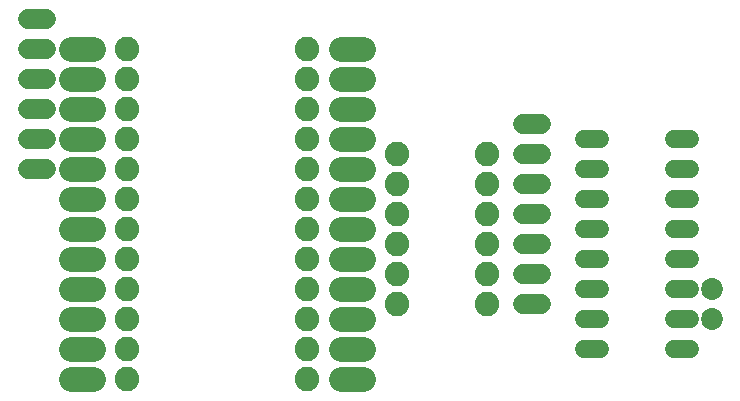
<source format=gbr>
G04 EAGLE Gerber RS-274X export*
G75*
%MOMM*%
%FSLAX34Y34*%
%LPD*%
%INSoldermask Top*%
%IPPOS*%
%AMOC8*
5,1,8,0,0,1.08239X$1,22.5*%
G01*
%ADD10C,2.082800*%
%ADD11C,1.854200*%
%ADD12C,1.524000*%
%ADD13C,1.727200*%
%ADD14C,2.082800*%


D10*
X107950Y24130D03*
X107950Y49530D03*
X107950Y74930D03*
X107950Y100330D03*
X107950Y125730D03*
X107950Y151130D03*
X107950Y176530D03*
X107950Y201930D03*
X107950Y227330D03*
X107950Y252730D03*
X107950Y278130D03*
X107950Y303530D03*
X260350Y303530D03*
X260350Y278130D03*
X260350Y252730D03*
X260350Y227330D03*
X260350Y201930D03*
X260350Y176530D03*
X260350Y151130D03*
X260350Y125730D03*
X260350Y100330D03*
X260350Y74930D03*
X260350Y49530D03*
X260350Y24130D03*
D11*
X603250Y100330D03*
X603250Y74930D03*
D12*
X508254Y49530D02*
X495046Y49530D01*
X495046Y74930D02*
X508254Y74930D01*
X508254Y201930D02*
X495046Y201930D01*
X495046Y227330D02*
X508254Y227330D01*
X508254Y100330D02*
X495046Y100330D01*
X495046Y125730D02*
X508254Y125730D01*
X508254Y176530D02*
X495046Y176530D01*
X495046Y151130D02*
X508254Y151130D01*
X571246Y227330D02*
X584454Y227330D01*
X584454Y201930D02*
X571246Y201930D01*
X571246Y176530D02*
X584454Y176530D01*
X584454Y151130D02*
X571246Y151130D01*
X571246Y125730D02*
X584454Y125730D01*
X584454Y100330D02*
X571246Y100330D01*
X571246Y74930D02*
X584454Y74930D01*
X584454Y49530D02*
X571246Y49530D01*
D13*
X39370Y201930D02*
X24130Y201930D01*
X24130Y227330D02*
X39370Y227330D01*
X39370Y252730D02*
X24130Y252730D01*
X24130Y278130D02*
X39370Y278130D01*
X39370Y303530D02*
X24130Y303530D01*
X24130Y328930D02*
X39370Y328930D01*
X443230Y87630D02*
X458470Y87630D01*
X458470Y113030D02*
X443230Y113030D01*
X443230Y138430D02*
X458470Y138430D01*
X458470Y163830D02*
X443230Y163830D01*
X443230Y189230D02*
X458470Y189230D01*
X458470Y214630D02*
X443230Y214630D01*
X443230Y240030D02*
X458470Y240030D01*
D10*
X412750Y214630D03*
X336550Y214630D03*
X412750Y189230D03*
X336550Y189230D03*
X412750Y163830D03*
X336550Y163830D03*
X412750Y138430D03*
X336550Y138430D03*
X412750Y113030D03*
X336550Y113030D03*
X412750Y87630D03*
X336550Y87630D03*
D14*
X79248Y303530D02*
X60452Y303530D01*
X60452Y278130D02*
X79248Y278130D01*
X79248Y252730D02*
X60452Y252730D01*
X60452Y227330D02*
X79248Y227330D01*
X79248Y201930D02*
X60452Y201930D01*
X60452Y176530D02*
X79248Y176530D01*
X79248Y151130D02*
X60452Y151130D01*
X60452Y125730D02*
X79248Y125730D01*
X79248Y100330D02*
X60452Y100330D01*
X60452Y74930D02*
X79248Y74930D01*
X79248Y49530D02*
X60452Y49530D01*
X60452Y24130D02*
X79248Y24130D01*
X289052Y24130D02*
X307848Y24130D01*
X307848Y49530D02*
X289052Y49530D01*
X289052Y74930D02*
X307848Y74930D01*
X307848Y100330D02*
X289052Y100330D01*
X289052Y125730D02*
X307848Y125730D01*
X307848Y151130D02*
X289052Y151130D01*
X289052Y176530D02*
X307848Y176530D01*
X307848Y201930D02*
X289052Y201930D01*
X289052Y227330D02*
X307848Y227330D01*
X307848Y252730D02*
X289052Y252730D01*
X289052Y278130D02*
X307848Y278130D01*
X307848Y303530D02*
X289052Y303530D01*
M02*

</source>
